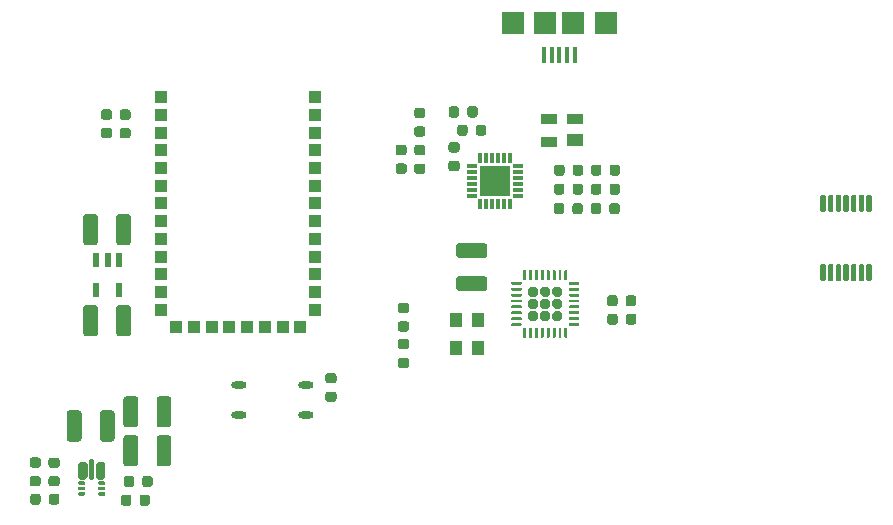
<source format=gbr>
%TF.GenerationSoftware,KiCad,Pcbnew,(5.1.6)-1*%
%TF.CreationDate,2021-08-26T12:07:42+02:00*%
%TF.ProjectId,Car LEDs,43617220-4c45-4447-932e-6b696361645f,rev?*%
%TF.SameCoordinates,Original*%
%TF.FileFunction,Paste,Top*%
%TF.FilePolarity,Positive*%
%FSLAX46Y46*%
G04 Gerber Fmt 4.6, Leading zero omitted, Abs format (unit mm)*
G04 Created by KiCad (PCBNEW (5.1.6)-1) date 2021-08-26 12:07:42*
%MOMM*%
%LPD*%
G01*
G04 APERTURE LIST*
%ADD10R,1.100000X1.300000*%
%ADD11O,1.300000X0.600000*%
%ADD12R,1.900000X1.900000*%
%ADD13R,0.400000X1.350000*%
%ADD14R,0.600000X1.150000*%
%ADD15R,1.000000X1.000000*%
%ADD16R,2.550000X2.550000*%
%ADD17R,0.850000X0.300000*%
%ADD18R,0.300000X0.850000*%
%ADD19R,1.400000X0.900000*%
%ADD20R,1.400000X1.100000*%
G04 APERTURE END LIST*
%TO.C,IC4*%
G36*
G01*
X100830000Y-83145000D02*
X100830000Y-81615000D01*
G75*
G02*
X100930000Y-81515000I100000J0D01*
G01*
X101130000Y-81515000D01*
G75*
G02*
X101230000Y-81615000I0J-100000D01*
G01*
X101230000Y-83145000D01*
G75*
G02*
X101130000Y-83245000I-100000J0D01*
G01*
X100930000Y-83245000D01*
G75*
G02*
X100830000Y-83145000I0J100000D01*
G01*
G37*
G36*
G01*
X101380000Y-83045000D02*
X101380000Y-81945000D01*
G75*
G02*
X101580000Y-81745000I200000J0D01*
G01*
X101980000Y-81745000D01*
G75*
G02*
X102180000Y-81945000I0J-200000D01*
G01*
X102180000Y-83045000D01*
G75*
G02*
X101980000Y-83245000I-200000J0D01*
G01*
X101580000Y-83245000D01*
G75*
G02*
X101380000Y-83045000I0J200000D01*
G01*
G37*
G36*
G01*
X102105000Y-83695000D02*
X101655000Y-83695000D01*
G75*
G02*
X101580000Y-83620000I0J75000D01*
G01*
X101580000Y-83470000D01*
G75*
G02*
X101655000Y-83395000I75000J0D01*
G01*
X102105000Y-83395000D01*
G75*
G02*
X102180000Y-83470000I0J-75000D01*
G01*
X102180000Y-83620000D01*
G75*
G02*
X102105000Y-83695000I-75000J0D01*
G01*
G37*
G36*
G01*
X102105000Y-84145000D02*
X101655000Y-84145000D01*
G75*
G02*
X101580000Y-84070000I0J75000D01*
G01*
X101580000Y-83920000D01*
G75*
G02*
X101655000Y-83845000I75000J0D01*
G01*
X102105000Y-83845000D01*
G75*
G02*
X102180000Y-83920000I0J-75000D01*
G01*
X102180000Y-84070000D01*
G75*
G02*
X102105000Y-84145000I-75000J0D01*
G01*
G37*
G36*
G01*
X102105000Y-84595000D02*
X101655000Y-84595000D01*
G75*
G02*
X101580000Y-84520000I0J75000D01*
G01*
X101580000Y-84370000D01*
G75*
G02*
X101655000Y-84295000I75000J0D01*
G01*
X102105000Y-84295000D01*
G75*
G02*
X102180000Y-84370000I0J-75000D01*
G01*
X102180000Y-84520000D01*
G75*
G02*
X102105000Y-84595000I-75000J0D01*
G01*
G37*
G36*
G01*
X100405000Y-84595000D02*
X99955000Y-84595000D01*
G75*
G02*
X99880000Y-84520000I0J75000D01*
G01*
X99880000Y-84370000D01*
G75*
G02*
X99955000Y-84295000I75000J0D01*
G01*
X100405000Y-84295000D01*
G75*
G02*
X100480000Y-84370000I0J-75000D01*
G01*
X100480000Y-84520000D01*
G75*
G02*
X100405000Y-84595000I-75000J0D01*
G01*
G37*
G36*
G01*
X100405000Y-84145000D02*
X99955000Y-84145000D01*
G75*
G02*
X99880000Y-84070000I0J75000D01*
G01*
X99880000Y-83920000D01*
G75*
G02*
X99955000Y-83845000I75000J0D01*
G01*
X100405000Y-83845000D01*
G75*
G02*
X100480000Y-83920000I0J-75000D01*
G01*
X100480000Y-84070000D01*
G75*
G02*
X100405000Y-84145000I-75000J0D01*
G01*
G37*
G36*
G01*
X100405000Y-83695000D02*
X99955000Y-83695000D01*
G75*
G02*
X99880000Y-83620000I0J75000D01*
G01*
X99880000Y-83470000D01*
G75*
G02*
X99955000Y-83395000I75000J0D01*
G01*
X100405000Y-83395000D01*
G75*
G02*
X100480000Y-83470000I0J-75000D01*
G01*
X100480000Y-83620000D01*
G75*
G02*
X100405000Y-83695000I-75000J0D01*
G01*
G37*
G36*
G01*
X99880000Y-83045000D02*
X99880000Y-81945000D01*
G75*
G02*
X100080000Y-81745000I200000J0D01*
G01*
X100480000Y-81745000D01*
G75*
G02*
X100680000Y-81945000I0J-200000D01*
G01*
X100680000Y-83045000D01*
G75*
G02*
X100480000Y-83245000I-200000J0D01*
G01*
X100080000Y-83245000D01*
G75*
G02*
X99880000Y-83045000I0J200000D01*
G01*
G37*
%TD*%
%TO.C,U1*%
G36*
G01*
X140042220Y-69605980D02*
X140042220Y-69190980D01*
G75*
G02*
X140249720Y-68983480I207500J0D01*
G01*
X140664720Y-68983480D01*
G75*
G02*
X140872220Y-69190980I0J-207500D01*
G01*
X140872220Y-69605980D01*
G75*
G02*
X140664720Y-69813480I-207500J0D01*
G01*
X140249720Y-69813480D01*
G75*
G02*
X140042220Y-69605980I0J207500D01*
G01*
G37*
G36*
G01*
X140042220Y-68575980D02*
X140042220Y-68160980D01*
G75*
G02*
X140249720Y-67953480I207500J0D01*
G01*
X140664720Y-67953480D01*
G75*
G02*
X140872220Y-68160980I0J-207500D01*
G01*
X140872220Y-68575980D01*
G75*
G02*
X140664720Y-68783480I-207500J0D01*
G01*
X140249720Y-68783480D01*
G75*
G02*
X140042220Y-68575980I0J207500D01*
G01*
G37*
G36*
G01*
X140042220Y-67545980D02*
X140042220Y-67130980D01*
G75*
G02*
X140249720Y-66923480I207500J0D01*
G01*
X140664720Y-66923480D01*
G75*
G02*
X140872220Y-67130980I0J-207500D01*
G01*
X140872220Y-67545980D01*
G75*
G02*
X140664720Y-67753480I-207500J0D01*
G01*
X140249720Y-67753480D01*
G75*
G02*
X140042220Y-67545980I0J207500D01*
G01*
G37*
G36*
G01*
X139012220Y-69605980D02*
X139012220Y-69190980D01*
G75*
G02*
X139219720Y-68983480I207500J0D01*
G01*
X139634720Y-68983480D01*
G75*
G02*
X139842220Y-69190980I0J-207500D01*
G01*
X139842220Y-69605980D01*
G75*
G02*
X139634720Y-69813480I-207500J0D01*
G01*
X139219720Y-69813480D01*
G75*
G02*
X139012220Y-69605980I0J207500D01*
G01*
G37*
G36*
G01*
X139012220Y-68575980D02*
X139012220Y-68160980D01*
G75*
G02*
X139219720Y-67953480I207500J0D01*
G01*
X139634720Y-67953480D01*
G75*
G02*
X139842220Y-68160980I0J-207500D01*
G01*
X139842220Y-68575980D01*
G75*
G02*
X139634720Y-68783480I-207500J0D01*
G01*
X139219720Y-68783480D01*
G75*
G02*
X139012220Y-68575980I0J207500D01*
G01*
G37*
G36*
G01*
X139012220Y-67545980D02*
X139012220Y-67130980D01*
G75*
G02*
X139219720Y-66923480I207500J0D01*
G01*
X139634720Y-66923480D01*
G75*
G02*
X139842220Y-67130980I0J-207500D01*
G01*
X139842220Y-67545980D01*
G75*
G02*
X139634720Y-67753480I-207500J0D01*
G01*
X139219720Y-67753480D01*
G75*
G02*
X139012220Y-67545980I0J207500D01*
G01*
G37*
G36*
G01*
X137982220Y-69605980D02*
X137982220Y-69190980D01*
G75*
G02*
X138189720Y-68983480I207500J0D01*
G01*
X138604720Y-68983480D01*
G75*
G02*
X138812220Y-69190980I0J-207500D01*
G01*
X138812220Y-69605980D01*
G75*
G02*
X138604720Y-69813480I-207500J0D01*
G01*
X138189720Y-69813480D01*
G75*
G02*
X137982220Y-69605980I0J207500D01*
G01*
G37*
G36*
G01*
X137982220Y-68575980D02*
X137982220Y-68160980D01*
G75*
G02*
X138189720Y-67953480I207500J0D01*
G01*
X138604720Y-67953480D01*
G75*
G02*
X138812220Y-68160980I0J-207500D01*
G01*
X138812220Y-68575980D01*
G75*
G02*
X138604720Y-68783480I-207500J0D01*
G01*
X138189720Y-68783480D01*
G75*
G02*
X137982220Y-68575980I0J207500D01*
G01*
G37*
G36*
G01*
X137982220Y-67545980D02*
X137982220Y-67130980D01*
G75*
G02*
X138189720Y-66923480I207500J0D01*
G01*
X138604720Y-66923480D01*
G75*
G02*
X138812220Y-67130980I0J-207500D01*
G01*
X138812220Y-67545980D01*
G75*
G02*
X138604720Y-67753480I-207500J0D01*
G01*
X138189720Y-67753480D01*
G75*
G02*
X137982220Y-67545980I0J207500D01*
G01*
G37*
G36*
G01*
X137552220Y-66305980D02*
X137552220Y-65555980D01*
G75*
G02*
X137614720Y-65493480I62500J0D01*
G01*
X137739720Y-65493480D01*
G75*
G02*
X137802220Y-65555980I0J-62500D01*
G01*
X137802220Y-66305980D01*
G75*
G02*
X137739720Y-66368480I-62500J0D01*
G01*
X137614720Y-66368480D01*
G75*
G02*
X137552220Y-66305980I0J62500D01*
G01*
G37*
G36*
G01*
X138052220Y-66305980D02*
X138052220Y-65555980D01*
G75*
G02*
X138114720Y-65493480I62500J0D01*
G01*
X138239720Y-65493480D01*
G75*
G02*
X138302220Y-65555980I0J-62500D01*
G01*
X138302220Y-66305980D01*
G75*
G02*
X138239720Y-66368480I-62500J0D01*
G01*
X138114720Y-66368480D01*
G75*
G02*
X138052220Y-66305980I0J62500D01*
G01*
G37*
G36*
G01*
X138552220Y-66305980D02*
X138552220Y-65555980D01*
G75*
G02*
X138614720Y-65493480I62500J0D01*
G01*
X138739720Y-65493480D01*
G75*
G02*
X138802220Y-65555980I0J-62500D01*
G01*
X138802220Y-66305980D01*
G75*
G02*
X138739720Y-66368480I-62500J0D01*
G01*
X138614720Y-66368480D01*
G75*
G02*
X138552220Y-66305980I0J62500D01*
G01*
G37*
G36*
G01*
X139052220Y-66305980D02*
X139052220Y-65555980D01*
G75*
G02*
X139114720Y-65493480I62500J0D01*
G01*
X139239720Y-65493480D01*
G75*
G02*
X139302220Y-65555980I0J-62500D01*
G01*
X139302220Y-66305980D01*
G75*
G02*
X139239720Y-66368480I-62500J0D01*
G01*
X139114720Y-66368480D01*
G75*
G02*
X139052220Y-66305980I0J62500D01*
G01*
G37*
G36*
G01*
X139552220Y-66305980D02*
X139552220Y-65555980D01*
G75*
G02*
X139614720Y-65493480I62500J0D01*
G01*
X139739720Y-65493480D01*
G75*
G02*
X139802220Y-65555980I0J-62500D01*
G01*
X139802220Y-66305980D01*
G75*
G02*
X139739720Y-66368480I-62500J0D01*
G01*
X139614720Y-66368480D01*
G75*
G02*
X139552220Y-66305980I0J62500D01*
G01*
G37*
G36*
G01*
X140052220Y-66305980D02*
X140052220Y-65555980D01*
G75*
G02*
X140114720Y-65493480I62500J0D01*
G01*
X140239720Y-65493480D01*
G75*
G02*
X140302220Y-65555980I0J-62500D01*
G01*
X140302220Y-66305980D01*
G75*
G02*
X140239720Y-66368480I-62500J0D01*
G01*
X140114720Y-66368480D01*
G75*
G02*
X140052220Y-66305980I0J62500D01*
G01*
G37*
G36*
G01*
X140552220Y-66305980D02*
X140552220Y-65555980D01*
G75*
G02*
X140614720Y-65493480I62500J0D01*
G01*
X140739720Y-65493480D01*
G75*
G02*
X140802220Y-65555980I0J-62500D01*
G01*
X140802220Y-66305980D01*
G75*
G02*
X140739720Y-66368480I-62500J0D01*
G01*
X140614720Y-66368480D01*
G75*
G02*
X140552220Y-66305980I0J62500D01*
G01*
G37*
G36*
G01*
X141052220Y-66305980D02*
X141052220Y-65555980D01*
G75*
G02*
X141114720Y-65493480I62500J0D01*
G01*
X141239720Y-65493480D01*
G75*
G02*
X141302220Y-65555980I0J-62500D01*
G01*
X141302220Y-66305980D01*
G75*
G02*
X141239720Y-66368480I-62500J0D01*
G01*
X141114720Y-66368480D01*
G75*
G02*
X141052220Y-66305980I0J62500D01*
G01*
G37*
G36*
G01*
X141427220Y-66680980D02*
X141427220Y-66555980D01*
G75*
G02*
X141489720Y-66493480I62500J0D01*
G01*
X142239720Y-66493480D01*
G75*
G02*
X142302220Y-66555980I0J-62500D01*
G01*
X142302220Y-66680980D01*
G75*
G02*
X142239720Y-66743480I-62500J0D01*
G01*
X141489720Y-66743480D01*
G75*
G02*
X141427220Y-66680980I0J62500D01*
G01*
G37*
G36*
G01*
X141427220Y-67180980D02*
X141427220Y-67055980D01*
G75*
G02*
X141489720Y-66993480I62500J0D01*
G01*
X142239720Y-66993480D01*
G75*
G02*
X142302220Y-67055980I0J-62500D01*
G01*
X142302220Y-67180980D01*
G75*
G02*
X142239720Y-67243480I-62500J0D01*
G01*
X141489720Y-67243480D01*
G75*
G02*
X141427220Y-67180980I0J62500D01*
G01*
G37*
G36*
G01*
X141427220Y-67680980D02*
X141427220Y-67555980D01*
G75*
G02*
X141489720Y-67493480I62500J0D01*
G01*
X142239720Y-67493480D01*
G75*
G02*
X142302220Y-67555980I0J-62500D01*
G01*
X142302220Y-67680980D01*
G75*
G02*
X142239720Y-67743480I-62500J0D01*
G01*
X141489720Y-67743480D01*
G75*
G02*
X141427220Y-67680980I0J62500D01*
G01*
G37*
G36*
G01*
X141427220Y-68180980D02*
X141427220Y-68055980D01*
G75*
G02*
X141489720Y-67993480I62500J0D01*
G01*
X142239720Y-67993480D01*
G75*
G02*
X142302220Y-68055980I0J-62500D01*
G01*
X142302220Y-68180980D01*
G75*
G02*
X142239720Y-68243480I-62500J0D01*
G01*
X141489720Y-68243480D01*
G75*
G02*
X141427220Y-68180980I0J62500D01*
G01*
G37*
G36*
G01*
X141427220Y-68680980D02*
X141427220Y-68555980D01*
G75*
G02*
X141489720Y-68493480I62500J0D01*
G01*
X142239720Y-68493480D01*
G75*
G02*
X142302220Y-68555980I0J-62500D01*
G01*
X142302220Y-68680980D01*
G75*
G02*
X142239720Y-68743480I-62500J0D01*
G01*
X141489720Y-68743480D01*
G75*
G02*
X141427220Y-68680980I0J62500D01*
G01*
G37*
G36*
G01*
X141427220Y-69180980D02*
X141427220Y-69055980D01*
G75*
G02*
X141489720Y-68993480I62500J0D01*
G01*
X142239720Y-68993480D01*
G75*
G02*
X142302220Y-69055980I0J-62500D01*
G01*
X142302220Y-69180980D01*
G75*
G02*
X142239720Y-69243480I-62500J0D01*
G01*
X141489720Y-69243480D01*
G75*
G02*
X141427220Y-69180980I0J62500D01*
G01*
G37*
G36*
G01*
X141427220Y-69680980D02*
X141427220Y-69555980D01*
G75*
G02*
X141489720Y-69493480I62500J0D01*
G01*
X142239720Y-69493480D01*
G75*
G02*
X142302220Y-69555980I0J-62500D01*
G01*
X142302220Y-69680980D01*
G75*
G02*
X142239720Y-69743480I-62500J0D01*
G01*
X141489720Y-69743480D01*
G75*
G02*
X141427220Y-69680980I0J62500D01*
G01*
G37*
G36*
G01*
X141427220Y-70180980D02*
X141427220Y-70055980D01*
G75*
G02*
X141489720Y-69993480I62500J0D01*
G01*
X142239720Y-69993480D01*
G75*
G02*
X142302220Y-70055980I0J-62500D01*
G01*
X142302220Y-70180980D01*
G75*
G02*
X142239720Y-70243480I-62500J0D01*
G01*
X141489720Y-70243480D01*
G75*
G02*
X141427220Y-70180980I0J62500D01*
G01*
G37*
G36*
G01*
X141052220Y-71180980D02*
X141052220Y-70430980D01*
G75*
G02*
X141114720Y-70368480I62500J0D01*
G01*
X141239720Y-70368480D01*
G75*
G02*
X141302220Y-70430980I0J-62500D01*
G01*
X141302220Y-71180980D01*
G75*
G02*
X141239720Y-71243480I-62500J0D01*
G01*
X141114720Y-71243480D01*
G75*
G02*
X141052220Y-71180980I0J62500D01*
G01*
G37*
G36*
G01*
X140552220Y-71180980D02*
X140552220Y-70430980D01*
G75*
G02*
X140614720Y-70368480I62500J0D01*
G01*
X140739720Y-70368480D01*
G75*
G02*
X140802220Y-70430980I0J-62500D01*
G01*
X140802220Y-71180980D01*
G75*
G02*
X140739720Y-71243480I-62500J0D01*
G01*
X140614720Y-71243480D01*
G75*
G02*
X140552220Y-71180980I0J62500D01*
G01*
G37*
G36*
G01*
X140052220Y-71180980D02*
X140052220Y-70430980D01*
G75*
G02*
X140114720Y-70368480I62500J0D01*
G01*
X140239720Y-70368480D01*
G75*
G02*
X140302220Y-70430980I0J-62500D01*
G01*
X140302220Y-71180980D01*
G75*
G02*
X140239720Y-71243480I-62500J0D01*
G01*
X140114720Y-71243480D01*
G75*
G02*
X140052220Y-71180980I0J62500D01*
G01*
G37*
G36*
G01*
X139552220Y-71180980D02*
X139552220Y-70430980D01*
G75*
G02*
X139614720Y-70368480I62500J0D01*
G01*
X139739720Y-70368480D01*
G75*
G02*
X139802220Y-70430980I0J-62500D01*
G01*
X139802220Y-71180980D01*
G75*
G02*
X139739720Y-71243480I-62500J0D01*
G01*
X139614720Y-71243480D01*
G75*
G02*
X139552220Y-71180980I0J62500D01*
G01*
G37*
G36*
G01*
X139052220Y-71180980D02*
X139052220Y-70430980D01*
G75*
G02*
X139114720Y-70368480I62500J0D01*
G01*
X139239720Y-70368480D01*
G75*
G02*
X139302220Y-70430980I0J-62500D01*
G01*
X139302220Y-71180980D01*
G75*
G02*
X139239720Y-71243480I-62500J0D01*
G01*
X139114720Y-71243480D01*
G75*
G02*
X139052220Y-71180980I0J62500D01*
G01*
G37*
G36*
G01*
X138552220Y-71180980D02*
X138552220Y-70430980D01*
G75*
G02*
X138614720Y-70368480I62500J0D01*
G01*
X138739720Y-70368480D01*
G75*
G02*
X138802220Y-70430980I0J-62500D01*
G01*
X138802220Y-71180980D01*
G75*
G02*
X138739720Y-71243480I-62500J0D01*
G01*
X138614720Y-71243480D01*
G75*
G02*
X138552220Y-71180980I0J62500D01*
G01*
G37*
G36*
G01*
X138052220Y-71180980D02*
X138052220Y-70430980D01*
G75*
G02*
X138114720Y-70368480I62500J0D01*
G01*
X138239720Y-70368480D01*
G75*
G02*
X138302220Y-70430980I0J-62500D01*
G01*
X138302220Y-71180980D01*
G75*
G02*
X138239720Y-71243480I-62500J0D01*
G01*
X138114720Y-71243480D01*
G75*
G02*
X138052220Y-71180980I0J62500D01*
G01*
G37*
G36*
G01*
X137552220Y-71180980D02*
X137552220Y-70430980D01*
G75*
G02*
X137614720Y-70368480I62500J0D01*
G01*
X137739720Y-70368480D01*
G75*
G02*
X137802220Y-70430980I0J-62500D01*
G01*
X137802220Y-71180980D01*
G75*
G02*
X137739720Y-71243480I-62500J0D01*
G01*
X137614720Y-71243480D01*
G75*
G02*
X137552220Y-71180980I0J62500D01*
G01*
G37*
G36*
G01*
X136552220Y-70180980D02*
X136552220Y-70055980D01*
G75*
G02*
X136614720Y-69993480I62500J0D01*
G01*
X137364720Y-69993480D01*
G75*
G02*
X137427220Y-70055980I0J-62500D01*
G01*
X137427220Y-70180980D01*
G75*
G02*
X137364720Y-70243480I-62500J0D01*
G01*
X136614720Y-70243480D01*
G75*
G02*
X136552220Y-70180980I0J62500D01*
G01*
G37*
G36*
G01*
X136552220Y-69680980D02*
X136552220Y-69555980D01*
G75*
G02*
X136614720Y-69493480I62500J0D01*
G01*
X137364720Y-69493480D01*
G75*
G02*
X137427220Y-69555980I0J-62500D01*
G01*
X137427220Y-69680980D01*
G75*
G02*
X137364720Y-69743480I-62500J0D01*
G01*
X136614720Y-69743480D01*
G75*
G02*
X136552220Y-69680980I0J62500D01*
G01*
G37*
G36*
G01*
X136552220Y-69180980D02*
X136552220Y-69055980D01*
G75*
G02*
X136614720Y-68993480I62500J0D01*
G01*
X137364720Y-68993480D01*
G75*
G02*
X137427220Y-69055980I0J-62500D01*
G01*
X137427220Y-69180980D01*
G75*
G02*
X137364720Y-69243480I-62500J0D01*
G01*
X136614720Y-69243480D01*
G75*
G02*
X136552220Y-69180980I0J62500D01*
G01*
G37*
G36*
G01*
X136552220Y-68680980D02*
X136552220Y-68555980D01*
G75*
G02*
X136614720Y-68493480I62500J0D01*
G01*
X137364720Y-68493480D01*
G75*
G02*
X137427220Y-68555980I0J-62500D01*
G01*
X137427220Y-68680980D01*
G75*
G02*
X137364720Y-68743480I-62500J0D01*
G01*
X136614720Y-68743480D01*
G75*
G02*
X136552220Y-68680980I0J62500D01*
G01*
G37*
G36*
G01*
X136552220Y-68180980D02*
X136552220Y-68055980D01*
G75*
G02*
X136614720Y-67993480I62500J0D01*
G01*
X137364720Y-67993480D01*
G75*
G02*
X137427220Y-68055980I0J-62500D01*
G01*
X137427220Y-68180980D01*
G75*
G02*
X137364720Y-68243480I-62500J0D01*
G01*
X136614720Y-68243480D01*
G75*
G02*
X136552220Y-68180980I0J62500D01*
G01*
G37*
G36*
G01*
X136552220Y-67680980D02*
X136552220Y-67555980D01*
G75*
G02*
X136614720Y-67493480I62500J0D01*
G01*
X137364720Y-67493480D01*
G75*
G02*
X137427220Y-67555980I0J-62500D01*
G01*
X137427220Y-67680980D01*
G75*
G02*
X137364720Y-67743480I-62500J0D01*
G01*
X136614720Y-67743480D01*
G75*
G02*
X136552220Y-67680980I0J62500D01*
G01*
G37*
G36*
G01*
X136552220Y-67180980D02*
X136552220Y-67055980D01*
G75*
G02*
X136614720Y-66993480I62500J0D01*
G01*
X137364720Y-66993480D01*
G75*
G02*
X137427220Y-67055980I0J-62500D01*
G01*
X137427220Y-67180980D01*
G75*
G02*
X137364720Y-67243480I-62500J0D01*
G01*
X136614720Y-67243480D01*
G75*
G02*
X136552220Y-67180980I0J62500D01*
G01*
G37*
G36*
G01*
X136552220Y-66680980D02*
X136552220Y-66555980D01*
G75*
G02*
X136614720Y-66493480I62500J0D01*
G01*
X137364720Y-66493480D01*
G75*
G02*
X137427220Y-66555980I0J-62500D01*
G01*
X137427220Y-66680980D01*
G75*
G02*
X137364720Y-66743480I-62500J0D01*
G01*
X136614720Y-66743480D01*
G75*
G02*
X136552220Y-66680980I0J62500D01*
G01*
G37*
%TD*%
%TO.C,IC2*%
G36*
G01*
X163175000Y-59227000D02*
X163175000Y-60477000D01*
G75*
G02*
X163062500Y-60589500I-112500J0D01*
G01*
X162837500Y-60589500D01*
G75*
G02*
X162725000Y-60477000I0J112500D01*
G01*
X162725000Y-59227000D01*
G75*
G02*
X162837500Y-59114500I112500J0D01*
G01*
X163062500Y-59114500D01*
G75*
G02*
X163175000Y-59227000I0J-112500D01*
G01*
G37*
G36*
G01*
X163825000Y-59227000D02*
X163825000Y-60477000D01*
G75*
G02*
X163712500Y-60589500I-112500J0D01*
G01*
X163487500Y-60589500D01*
G75*
G02*
X163375000Y-60477000I0J112500D01*
G01*
X163375000Y-59227000D01*
G75*
G02*
X163487500Y-59114500I112500J0D01*
G01*
X163712500Y-59114500D01*
G75*
G02*
X163825000Y-59227000I0J-112500D01*
G01*
G37*
G36*
G01*
X164475000Y-59227000D02*
X164475000Y-60477000D01*
G75*
G02*
X164362500Y-60589500I-112500J0D01*
G01*
X164137500Y-60589500D01*
G75*
G02*
X164025000Y-60477000I0J112500D01*
G01*
X164025000Y-59227000D01*
G75*
G02*
X164137500Y-59114500I112500J0D01*
G01*
X164362500Y-59114500D01*
G75*
G02*
X164475000Y-59227000I0J-112500D01*
G01*
G37*
G36*
G01*
X165125000Y-59227000D02*
X165125000Y-60477000D01*
G75*
G02*
X165012500Y-60589500I-112500J0D01*
G01*
X164787500Y-60589500D01*
G75*
G02*
X164675000Y-60477000I0J112500D01*
G01*
X164675000Y-59227000D01*
G75*
G02*
X164787500Y-59114500I112500J0D01*
G01*
X165012500Y-59114500D01*
G75*
G02*
X165125000Y-59227000I0J-112500D01*
G01*
G37*
G36*
G01*
X165775000Y-59227000D02*
X165775000Y-60477000D01*
G75*
G02*
X165662500Y-60589500I-112500J0D01*
G01*
X165437500Y-60589500D01*
G75*
G02*
X165325000Y-60477000I0J112500D01*
G01*
X165325000Y-59227000D01*
G75*
G02*
X165437500Y-59114500I112500J0D01*
G01*
X165662500Y-59114500D01*
G75*
G02*
X165775000Y-59227000I0J-112500D01*
G01*
G37*
G36*
G01*
X166425000Y-59227000D02*
X166425000Y-60477000D01*
G75*
G02*
X166312500Y-60589500I-112500J0D01*
G01*
X166087500Y-60589500D01*
G75*
G02*
X165975000Y-60477000I0J112500D01*
G01*
X165975000Y-59227000D01*
G75*
G02*
X166087500Y-59114500I112500J0D01*
G01*
X166312500Y-59114500D01*
G75*
G02*
X166425000Y-59227000I0J-112500D01*
G01*
G37*
G36*
G01*
X167075000Y-59227000D02*
X167075000Y-60477000D01*
G75*
G02*
X166962500Y-60589500I-112500J0D01*
G01*
X166737500Y-60589500D01*
G75*
G02*
X166625000Y-60477000I0J112500D01*
G01*
X166625000Y-59227000D01*
G75*
G02*
X166737500Y-59114500I112500J0D01*
G01*
X166962500Y-59114500D01*
G75*
G02*
X167075000Y-59227000I0J-112500D01*
G01*
G37*
G36*
G01*
X167075000Y-65103000D02*
X167075000Y-66353000D01*
G75*
G02*
X166962500Y-66465500I-112500J0D01*
G01*
X166737500Y-66465500D01*
G75*
G02*
X166625000Y-66353000I0J112500D01*
G01*
X166625000Y-65103000D01*
G75*
G02*
X166737500Y-64990500I112500J0D01*
G01*
X166962500Y-64990500D01*
G75*
G02*
X167075000Y-65103000I0J-112500D01*
G01*
G37*
G36*
G01*
X166425000Y-65103000D02*
X166425000Y-66353000D01*
G75*
G02*
X166312500Y-66465500I-112500J0D01*
G01*
X166087500Y-66465500D01*
G75*
G02*
X165975000Y-66353000I0J112500D01*
G01*
X165975000Y-65103000D01*
G75*
G02*
X166087500Y-64990500I112500J0D01*
G01*
X166312500Y-64990500D01*
G75*
G02*
X166425000Y-65103000I0J-112500D01*
G01*
G37*
G36*
G01*
X165775000Y-65103000D02*
X165775000Y-66353000D01*
G75*
G02*
X165662500Y-66465500I-112500J0D01*
G01*
X165437500Y-66465500D01*
G75*
G02*
X165325000Y-66353000I0J112500D01*
G01*
X165325000Y-65103000D01*
G75*
G02*
X165437500Y-64990500I112500J0D01*
G01*
X165662500Y-64990500D01*
G75*
G02*
X165775000Y-65103000I0J-112500D01*
G01*
G37*
G36*
G01*
X165125000Y-65103000D02*
X165125000Y-66353000D01*
G75*
G02*
X165012500Y-66465500I-112500J0D01*
G01*
X164787500Y-66465500D01*
G75*
G02*
X164675000Y-66353000I0J112500D01*
G01*
X164675000Y-65103000D01*
G75*
G02*
X164787500Y-64990500I112500J0D01*
G01*
X165012500Y-64990500D01*
G75*
G02*
X165125000Y-65103000I0J-112500D01*
G01*
G37*
G36*
G01*
X164475000Y-65103000D02*
X164475000Y-66353000D01*
G75*
G02*
X164362500Y-66465500I-112500J0D01*
G01*
X164137500Y-66465500D01*
G75*
G02*
X164025000Y-66353000I0J112500D01*
G01*
X164025000Y-65103000D01*
G75*
G02*
X164137500Y-64990500I112500J0D01*
G01*
X164362500Y-64990500D01*
G75*
G02*
X164475000Y-65103000I0J-112500D01*
G01*
G37*
G36*
G01*
X163825000Y-65103000D02*
X163825000Y-66353000D01*
G75*
G02*
X163712500Y-66465500I-112500J0D01*
G01*
X163487500Y-66465500D01*
G75*
G02*
X163375000Y-66353000I0J112500D01*
G01*
X163375000Y-65103000D01*
G75*
G02*
X163487500Y-64990500I112500J0D01*
G01*
X163712500Y-64990500D01*
G75*
G02*
X163825000Y-65103000I0J-112500D01*
G01*
G37*
G36*
G01*
X163175000Y-65103000D02*
X163175000Y-66353000D01*
G75*
G02*
X163062500Y-66465500I-112500J0D01*
G01*
X162837500Y-66465500D01*
G75*
G02*
X162725000Y-66353000I0J112500D01*
G01*
X162725000Y-65103000D01*
G75*
G02*
X162837500Y-64990500I112500J0D01*
G01*
X163062500Y-64990500D01*
G75*
G02*
X163175000Y-65103000I0J-112500D01*
G01*
G37*
%TD*%
D10*
%TO.C,Y1*%
X133755000Y-69770000D03*
X133755000Y-72070000D03*
X131855000Y-72070000D03*
X131855000Y-69770000D03*
%TD*%
%TO.C,R12*%
G36*
G01*
X97402500Y-85156250D02*
X97402500Y-84643750D01*
G75*
G02*
X97621250Y-84425000I218750J0D01*
G01*
X98058750Y-84425000D01*
G75*
G02*
X98277500Y-84643750I0J-218750D01*
G01*
X98277500Y-85156250D01*
G75*
G02*
X98058750Y-85375000I-218750J0D01*
G01*
X97621250Y-85375000D01*
G75*
G02*
X97402500Y-85156250I0J218750D01*
G01*
G37*
G36*
G01*
X95827500Y-85156250D02*
X95827500Y-84643750D01*
G75*
G02*
X96046250Y-84425000I218750J0D01*
G01*
X96483750Y-84425000D01*
G75*
G02*
X96702500Y-84643750I0J-218750D01*
G01*
X96702500Y-85156250D01*
G75*
G02*
X96483750Y-85375000I-218750J0D01*
G01*
X96046250Y-85375000D01*
G75*
G02*
X95827500Y-85156250I0J218750D01*
G01*
G37*
%TD*%
%TO.C,R11*%
G36*
G01*
X97583750Y-82950000D02*
X98096250Y-82950000D01*
G75*
G02*
X98315000Y-83168750I0J-218750D01*
G01*
X98315000Y-83606250D01*
G75*
G02*
X98096250Y-83825000I-218750J0D01*
G01*
X97583750Y-83825000D01*
G75*
G02*
X97365000Y-83606250I0J218750D01*
G01*
X97365000Y-83168750D01*
G75*
G02*
X97583750Y-82950000I218750J0D01*
G01*
G37*
G36*
G01*
X97583750Y-81375000D02*
X98096250Y-81375000D01*
G75*
G02*
X98315000Y-81593750I0J-218750D01*
G01*
X98315000Y-82031250D01*
G75*
G02*
X98096250Y-82250000I-218750J0D01*
G01*
X97583750Y-82250000D01*
G75*
G02*
X97365000Y-82031250I0J218750D01*
G01*
X97365000Y-81593750D01*
G75*
G02*
X97583750Y-81375000I218750J0D01*
G01*
G37*
%TD*%
%TO.C,R10*%
G36*
G01*
X128549750Y-53339500D02*
X129062250Y-53339500D01*
G75*
G02*
X129281000Y-53558250I0J-218750D01*
G01*
X129281000Y-53995750D01*
G75*
G02*
X129062250Y-54214500I-218750J0D01*
G01*
X128549750Y-54214500D01*
G75*
G02*
X128331000Y-53995750I0J218750D01*
G01*
X128331000Y-53558250D01*
G75*
G02*
X128549750Y-53339500I218750J0D01*
G01*
G37*
G36*
G01*
X128549750Y-51764500D02*
X129062250Y-51764500D01*
G75*
G02*
X129281000Y-51983250I0J-218750D01*
G01*
X129281000Y-52420750D01*
G75*
G02*
X129062250Y-52639500I-218750J0D01*
G01*
X128549750Y-52639500D01*
G75*
G02*
X128331000Y-52420750I0J218750D01*
G01*
X128331000Y-51983250D01*
G75*
G02*
X128549750Y-51764500I218750J0D01*
G01*
G37*
%TD*%
%TO.C,R9*%
G36*
G01*
X102025950Y-53477300D02*
X102538450Y-53477300D01*
G75*
G02*
X102757200Y-53696050I0J-218750D01*
G01*
X102757200Y-54133550D01*
G75*
G02*
X102538450Y-54352300I-218750J0D01*
G01*
X102025950Y-54352300D01*
G75*
G02*
X101807200Y-54133550I0J218750D01*
G01*
X101807200Y-53696050D01*
G75*
G02*
X102025950Y-53477300I218750J0D01*
G01*
G37*
G36*
G01*
X102025950Y-51902300D02*
X102538450Y-51902300D01*
G75*
G02*
X102757200Y-52121050I0J-218750D01*
G01*
X102757200Y-52558550D01*
G75*
G02*
X102538450Y-52777300I-218750J0D01*
G01*
X102025950Y-52777300D01*
G75*
G02*
X101807200Y-52558550I0J218750D01*
G01*
X101807200Y-52121050D01*
G75*
G02*
X102025950Y-51902300I218750J0D01*
G01*
G37*
%TD*%
%TO.C,R8*%
G36*
G01*
X104113250Y-52777100D02*
X103600750Y-52777100D01*
G75*
G02*
X103382000Y-52558350I0J218750D01*
G01*
X103382000Y-52120850D01*
G75*
G02*
X103600750Y-51902100I218750J0D01*
G01*
X104113250Y-51902100D01*
G75*
G02*
X104332000Y-52120850I0J-218750D01*
G01*
X104332000Y-52558350D01*
G75*
G02*
X104113250Y-52777100I-218750J0D01*
G01*
G37*
G36*
G01*
X104113250Y-54352100D02*
X103600750Y-54352100D01*
G75*
G02*
X103382000Y-54133350I0J218750D01*
G01*
X103382000Y-53695850D01*
G75*
G02*
X103600750Y-53477100I218750J0D01*
G01*
X104113250Y-53477100D01*
G75*
G02*
X104332000Y-53695850I0J-218750D01*
G01*
X104332000Y-54133350D01*
G75*
G02*
X104113250Y-54352100I-218750J0D01*
G01*
G37*
%TD*%
%TO.C,R7*%
G36*
G01*
X141747500Y-58906250D02*
X141747500Y-58393750D01*
G75*
G02*
X141966250Y-58175000I218750J0D01*
G01*
X142403750Y-58175000D01*
G75*
G02*
X142622500Y-58393750I0J-218750D01*
G01*
X142622500Y-58906250D01*
G75*
G02*
X142403750Y-59125000I-218750J0D01*
G01*
X141966250Y-59125000D01*
G75*
G02*
X141747500Y-58906250I0J218750D01*
G01*
G37*
G36*
G01*
X140172500Y-58906250D02*
X140172500Y-58393750D01*
G75*
G02*
X140391250Y-58175000I218750J0D01*
G01*
X140828750Y-58175000D01*
G75*
G02*
X141047500Y-58393750I0J-218750D01*
G01*
X141047500Y-58906250D01*
G75*
G02*
X140828750Y-59125000I-218750J0D01*
G01*
X140391250Y-59125000D01*
G75*
G02*
X140172500Y-58906250I0J218750D01*
G01*
G37*
%TD*%
%TO.C,R6*%
G36*
G01*
X141732500Y-60556250D02*
X141732500Y-60043750D01*
G75*
G02*
X141951250Y-59825000I218750J0D01*
G01*
X142388750Y-59825000D01*
G75*
G02*
X142607500Y-60043750I0J-218750D01*
G01*
X142607500Y-60556250D01*
G75*
G02*
X142388750Y-60775000I-218750J0D01*
G01*
X141951250Y-60775000D01*
G75*
G02*
X141732500Y-60556250I0J218750D01*
G01*
G37*
G36*
G01*
X140157500Y-60556250D02*
X140157500Y-60043750D01*
G75*
G02*
X140376250Y-59825000I218750J0D01*
G01*
X140813750Y-59825000D01*
G75*
G02*
X141032500Y-60043750I0J-218750D01*
G01*
X141032500Y-60556250D01*
G75*
G02*
X140813750Y-60775000I-218750J0D01*
G01*
X140376250Y-60775000D01*
G75*
G02*
X140157500Y-60556250I0J218750D01*
G01*
G37*
%TD*%
%TO.C,R5*%
G36*
G01*
X132832500Y-52366250D02*
X132832500Y-51853750D01*
G75*
G02*
X133051250Y-51635000I218750J0D01*
G01*
X133488750Y-51635000D01*
G75*
G02*
X133707500Y-51853750I0J-218750D01*
G01*
X133707500Y-52366250D01*
G75*
G02*
X133488750Y-52585000I-218750J0D01*
G01*
X133051250Y-52585000D01*
G75*
G02*
X132832500Y-52366250I0J218750D01*
G01*
G37*
G36*
G01*
X131257500Y-52366250D02*
X131257500Y-51853750D01*
G75*
G02*
X131476250Y-51635000I218750J0D01*
G01*
X131913750Y-51635000D01*
G75*
G02*
X132132500Y-51853750I0J-218750D01*
G01*
X132132500Y-52366250D01*
G75*
G02*
X131913750Y-52585000I-218750J0D01*
G01*
X131476250Y-52585000D01*
G75*
G02*
X131257500Y-52366250I0J218750D01*
G01*
G37*
%TD*%
%TO.C,R4*%
G36*
G01*
X131961250Y-55550000D02*
X131448750Y-55550000D01*
G75*
G02*
X131230000Y-55331250I0J218750D01*
G01*
X131230000Y-54893750D01*
G75*
G02*
X131448750Y-54675000I218750J0D01*
G01*
X131961250Y-54675000D01*
G75*
G02*
X132180000Y-54893750I0J-218750D01*
G01*
X132180000Y-55331250D01*
G75*
G02*
X131961250Y-55550000I-218750J0D01*
G01*
G37*
G36*
G01*
X131961250Y-57125000D02*
X131448750Y-57125000D01*
G75*
G02*
X131230000Y-56906250I0J218750D01*
G01*
X131230000Y-56468750D01*
G75*
G02*
X131448750Y-56250000I218750J0D01*
G01*
X131961250Y-56250000D01*
G75*
G02*
X132180000Y-56468750I0J-218750D01*
G01*
X132180000Y-56906250D01*
G75*
G02*
X131961250Y-57125000I-218750J0D01*
G01*
G37*
%TD*%
%TO.C,R3*%
G36*
G01*
X141060000Y-56783750D02*
X141060000Y-57296250D01*
G75*
G02*
X140841250Y-57515000I-218750J0D01*
G01*
X140403750Y-57515000D01*
G75*
G02*
X140185000Y-57296250I0J218750D01*
G01*
X140185000Y-56783750D01*
G75*
G02*
X140403750Y-56565000I218750J0D01*
G01*
X140841250Y-56565000D01*
G75*
G02*
X141060000Y-56783750I0J-218750D01*
G01*
G37*
G36*
G01*
X142635000Y-56783750D02*
X142635000Y-57296250D01*
G75*
G02*
X142416250Y-57515000I-218750J0D01*
G01*
X141978750Y-57515000D01*
G75*
G02*
X141760000Y-57296250I0J218750D01*
G01*
X141760000Y-56783750D01*
G75*
G02*
X141978750Y-56565000I218750J0D01*
G01*
X142416250Y-56565000D01*
G75*
G02*
X142635000Y-56783750I0J-218750D01*
G01*
G37*
%TD*%
%TO.C,R2*%
G36*
G01*
X132852500Y-53403750D02*
X132852500Y-53916250D01*
G75*
G02*
X132633750Y-54135000I-218750J0D01*
G01*
X132196250Y-54135000D01*
G75*
G02*
X131977500Y-53916250I0J218750D01*
G01*
X131977500Y-53403750D01*
G75*
G02*
X132196250Y-53185000I218750J0D01*
G01*
X132633750Y-53185000D01*
G75*
G02*
X132852500Y-53403750I0J-218750D01*
G01*
G37*
G36*
G01*
X134427500Y-53403750D02*
X134427500Y-53916250D01*
G75*
G02*
X134208750Y-54135000I-218750J0D01*
G01*
X133771250Y-54135000D01*
G75*
G02*
X133552500Y-53916250I0J218750D01*
G01*
X133552500Y-53403750D01*
G75*
G02*
X133771250Y-53185000I218750J0D01*
G01*
X134208750Y-53185000D01*
G75*
G02*
X134427500Y-53403750I0J-218750D01*
G01*
G37*
%TD*%
%TO.C,R1*%
G36*
G01*
X121536250Y-75090000D02*
X121023750Y-75090000D01*
G75*
G02*
X120805000Y-74871250I0J218750D01*
G01*
X120805000Y-74433750D01*
G75*
G02*
X121023750Y-74215000I218750J0D01*
G01*
X121536250Y-74215000D01*
G75*
G02*
X121755000Y-74433750I0J-218750D01*
G01*
X121755000Y-74871250D01*
G75*
G02*
X121536250Y-75090000I-218750J0D01*
G01*
G37*
G36*
G01*
X121536250Y-76665000D02*
X121023750Y-76665000D01*
G75*
G02*
X120805000Y-76446250I0J218750D01*
G01*
X120805000Y-76008750D01*
G75*
G02*
X121023750Y-75790000I218750J0D01*
G01*
X121536250Y-75790000D01*
G75*
G02*
X121755000Y-76008750I0J-218750D01*
G01*
X121755000Y-76446250D01*
G75*
G02*
X121536250Y-76665000I-218750J0D01*
G01*
G37*
%TD*%
%TO.C,L1*%
G36*
G01*
X105302500Y-83656250D02*
X105302500Y-83143750D01*
G75*
G02*
X105521250Y-82925000I218750J0D01*
G01*
X105958750Y-82925000D01*
G75*
G02*
X106177500Y-83143750I0J-218750D01*
G01*
X106177500Y-83656250D01*
G75*
G02*
X105958750Y-83875000I-218750J0D01*
G01*
X105521250Y-83875000D01*
G75*
G02*
X105302500Y-83656250I0J218750D01*
G01*
G37*
G36*
G01*
X103727500Y-83656250D02*
X103727500Y-83143750D01*
G75*
G02*
X103946250Y-82925000I218750J0D01*
G01*
X104383750Y-82925000D01*
G75*
G02*
X104602500Y-83143750I0J-218750D01*
G01*
X104602500Y-83656250D01*
G75*
G02*
X104383750Y-83875000I-218750J0D01*
G01*
X103946250Y-83875000D01*
G75*
G02*
X103727500Y-83656250I0J218750D01*
G01*
G37*
%TD*%
D11*
%TO.C,K1*%
X113540000Y-77770000D03*
X113540000Y-75230000D03*
X119140000Y-75230000D03*
X119140000Y-77770000D03*
%TD*%
D12*
%TO.C,J1*%
X136670000Y-44605000D03*
X139420000Y-44605000D03*
X141820000Y-44605000D03*
X144570000Y-44605000D03*
D13*
X139970000Y-47280000D03*
X140620000Y-47280000D03*
X141270000Y-47280000D03*
X139320000Y-47280000D03*
X141920000Y-47280000D03*
%TD*%
D14*
%TO.C,IC5*%
X103323600Y-67221200D03*
X101423600Y-67221200D03*
X101423600Y-64621200D03*
X102373600Y-64621200D03*
X103323600Y-64621200D03*
%TD*%
D15*
%TO.C,IC3*%
X119935000Y-50855000D03*
X119935000Y-52355000D03*
X119935000Y-53855000D03*
X119935000Y-55355000D03*
X119935000Y-56855000D03*
X119935000Y-58355000D03*
X119935000Y-59855000D03*
X119935000Y-61355000D03*
X119935000Y-62855000D03*
X119935000Y-64355000D03*
X119935000Y-65855000D03*
X119935000Y-67355000D03*
X119935000Y-68855000D03*
X118685000Y-70355000D03*
X117185000Y-70355000D03*
X115685000Y-70355000D03*
X114185000Y-70355000D03*
X112685000Y-70355000D03*
X111185000Y-70355000D03*
X109685000Y-70355000D03*
X108185000Y-70355000D03*
X106935000Y-68855000D03*
X106935000Y-67355000D03*
X106935000Y-65855000D03*
X106935000Y-64355000D03*
X106935000Y-62855000D03*
X106935000Y-61355000D03*
X106935000Y-59855000D03*
X106935000Y-58355000D03*
X106935000Y-56855000D03*
X106935000Y-55355000D03*
X106935000Y-53855000D03*
X106935000Y-52355000D03*
X106935000Y-50855000D03*
%TD*%
D16*
%TO.C,IC1*%
X135180400Y-57942980D03*
D17*
X137130400Y-56692980D03*
X137130400Y-57192980D03*
X137130400Y-57692980D03*
X137130400Y-58192980D03*
X137130400Y-58692980D03*
X137130400Y-59192980D03*
D18*
X136430400Y-59892980D03*
X135930400Y-59892980D03*
X135430400Y-59892980D03*
X134930400Y-59892980D03*
X134430400Y-59892980D03*
X133930400Y-59892980D03*
D17*
X133230400Y-59192980D03*
X133230400Y-58692980D03*
X133230400Y-58192980D03*
X133230400Y-57692980D03*
X133230400Y-57192980D03*
X133230400Y-56692980D03*
D18*
X133930400Y-55992980D03*
X134430400Y-55992980D03*
X134930400Y-55992980D03*
X135430400Y-55992980D03*
X135930400Y-55992980D03*
X136430400Y-55992980D03*
%TD*%
%TO.C,D4*%
G36*
G01*
X144872500Y-58906250D02*
X144872500Y-58393750D01*
G75*
G02*
X145091250Y-58175000I218750J0D01*
G01*
X145528750Y-58175000D01*
G75*
G02*
X145747500Y-58393750I0J-218750D01*
G01*
X145747500Y-58906250D01*
G75*
G02*
X145528750Y-59125000I-218750J0D01*
G01*
X145091250Y-59125000D01*
G75*
G02*
X144872500Y-58906250I0J218750D01*
G01*
G37*
G36*
G01*
X143297500Y-58906250D02*
X143297500Y-58393750D01*
G75*
G02*
X143516250Y-58175000I218750J0D01*
G01*
X143953750Y-58175000D01*
G75*
G02*
X144172500Y-58393750I0J-218750D01*
G01*
X144172500Y-58906250D01*
G75*
G02*
X143953750Y-59125000I-218750J0D01*
G01*
X143516250Y-59125000D01*
G75*
G02*
X143297500Y-58906250I0J218750D01*
G01*
G37*
%TD*%
%TO.C,D3*%
G36*
G01*
X144857500Y-60556250D02*
X144857500Y-60043750D01*
G75*
G02*
X145076250Y-59825000I218750J0D01*
G01*
X145513750Y-59825000D01*
G75*
G02*
X145732500Y-60043750I0J-218750D01*
G01*
X145732500Y-60556250D01*
G75*
G02*
X145513750Y-60775000I-218750J0D01*
G01*
X145076250Y-60775000D01*
G75*
G02*
X144857500Y-60556250I0J218750D01*
G01*
G37*
G36*
G01*
X143282500Y-60556250D02*
X143282500Y-60043750D01*
G75*
G02*
X143501250Y-59825000I218750J0D01*
G01*
X143938750Y-59825000D01*
G75*
G02*
X144157500Y-60043750I0J-218750D01*
G01*
X144157500Y-60556250D01*
G75*
G02*
X143938750Y-60775000I-218750J0D01*
G01*
X143501250Y-60775000D01*
G75*
G02*
X143282500Y-60556250I0J218750D01*
G01*
G37*
%TD*%
%TO.C,D2*%
G36*
G01*
X144877500Y-57296250D02*
X144877500Y-56783750D01*
G75*
G02*
X145096250Y-56565000I218750J0D01*
G01*
X145533750Y-56565000D01*
G75*
G02*
X145752500Y-56783750I0J-218750D01*
G01*
X145752500Y-57296250D01*
G75*
G02*
X145533750Y-57515000I-218750J0D01*
G01*
X145096250Y-57515000D01*
G75*
G02*
X144877500Y-57296250I0J218750D01*
G01*
G37*
G36*
G01*
X143302500Y-57296250D02*
X143302500Y-56783750D01*
G75*
G02*
X143521250Y-56565000I218750J0D01*
G01*
X143958750Y-56565000D01*
G75*
G02*
X144177500Y-56783750I0J-218750D01*
G01*
X144177500Y-57296250D01*
G75*
G02*
X143958750Y-57515000I-218750J0D01*
G01*
X143521250Y-57515000D01*
G75*
G02*
X143302500Y-57296250I0J218750D01*
G01*
G37*
%TD*%
D19*
%TO.C,D1*%
X139735000Y-54630000D03*
X139735000Y-52730000D03*
X141935000Y-52730000D03*
D20*
X141935000Y-54530000D03*
%TD*%
%TO.C,C14*%
G36*
G01*
X101554600Y-68721400D02*
X101554600Y-70871400D01*
G75*
G02*
X101304600Y-71121400I-250000J0D01*
G01*
X100554600Y-71121400D01*
G75*
G02*
X100304600Y-70871400I0J250000D01*
G01*
X100304600Y-68721400D01*
G75*
G02*
X100554600Y-68471400I250000J0D01*
G01*
X101304600Y-68471400D01*
G75*
G02*
X101554600Y-68721400I0J-250000D01*
G01*
G37*
G36*
G01*
X104354600Y-68721400D02*
X104354600Y-70871400D01*
G75*
G02*
X104104600Y-71121400I-250000J0D01*
G01*
X103354600Y-71121400D01*
G75*
G02*
X103104600Y-70871400I0J250000D01*
G01*
X103104600Y-68721400D01*
G75*
G02*
X103354600Y-68471400I250000J0D01*
G01*
X104104600Y-68471400D01*
G75*
G02*
X104354600Y-68721400I0J-250000D01*
G01*
G37*
%TD*%
%TO.C,C13*%
G36*
G01*
X101554600Y-60999800D02*
X101554600Y-63149800D01*
G75*
G02*
X101304600Y-63399800I-250000J0D01*
G01*
X100554600Y-63399800D01*
G75*
G02*
X100304600Y-63149800I0J250000D01*
G01*
X100304600Y-60999800D01*
G75*
G02*
X100554600Y-60749800I250000J0D01*
G01*
X101304600Y-60749800D01*
G75*
G02*
X101554600Y-60999800I0J-250000D01*
G01*
G37*
G36*
G01*
X104354600Y-60999800D02*
X104354600Y-63149800D01*
G75*
G02*
X104104600Y-63399800I-250000J0D01*
G01*
X103354600Y-63399800D01*
G75*
G02*
X103104600Y-63149800I0J250000D01*
G01*
X103104600Y-60999800D01*
G75*
G02*
X103354600Y-60749800I250000J0D01*
G01*
X104104600Y-60749800D01*
G75*
G02*
X104354600Y-60999800I0J-250000D01*
G01*
G37*
%TD*%
%TO.C,C12*%
G36*
G01*
X104965000Y-79725000D02*
X104965000Y-81875000D01*
G75*
G02*
X104715000Y-82125000I-250000J0D01*
G01*
X103965000Y-82125000D01*
G75*
G02*
X103715000Y-81875000I0J250000D01*
G01*
X103715000Y-79725000D01*
G75*
G02*
X103965000Y-79475000I250000J0D01*
G01*
X104715000Y-79475000D01*
G75*
G02*
X104965000Y-79725000I0J-250000D01*
G01*
G37*
G36*
G01*
X107765000Y-79725000D02*
X107765000Y-81875000D01*
G75*
G02*
X107515000Y-82125000I-250000J0D01*
G01*
X106765000Y-82125000D01*
G75*
G02*
X106515000Y-81875000I0J250000D01*
G01*
X106515000Y-79725000D01*
G75*
G02*
X106765000Y-79475000I250000J0D01*
G01*
X107515000Y-79475000D01*
G75*
G02*
X107765000Y-79725000I0J-250000D01*
G01*
G37*
%TD*%
%TO.C,C11*%
G36*
G01*
X104965000Y-76425000D02*
X104965000Y-78575000D01*
G75*
G02*
X104715000Y-78825000I-250000J0D01*
G01*
X103965000Y-78825000D01*
G75*
G02*
X103715000Y-78575000I0J250000D01*
G01*
X103715000Y-76425000D01*
G75*
G02*
X103965000Y-76175000I250000J0D01*
G01*
X104715000Y-76175000D01*
G75*
G02*
X104965000Y-76425000I0J-250000D01*
G01*
G37*
G36*
G01*
X107765000Y-76425000D02*
X107765000Y-78575000D01*
G75*
G02*
X107515000Y-78825000I-250000J0D01*
G01*
X106765000Y-78825000D01*
G75*
G02*
X106515000Y-78575000I0J250000D01*
G01*
X106515000Y-76425000D01*
G75*
G02*
X106765000Y-76175000I250000J0D01*
G01*
X107515000Y-76175000D01*
G75*
G02*
X107765000Y-76425000I0J-250000D01*
G01*
G37*
%TD*%
%TO.C,C10*%
G36*
G01*
X95983750Y-82937500D02*
X96496250Y-82937500D01*
G75*
G02*
X96715000Y-83156250I0J-218750D01*
G01*
X96715000Y-83593750D01*
G75*
G02*
X96496250Y-83812500I-218750J0D01*
G01*
X95983750Y-83812500D01*
G75*
G02*
X95765000Y-83593750I0J218750D01*
G01*
X95765000Y-83156250D01*
G75*
G02*
X95983750Y-82937500I218750J0D01*
G01*
G37*
G36*
G01*
X95983750Y-81362500D02*
X96496250Y-81362500D01*
G75*
G02*
X96715000Y-81581250I0J-218750D01*
G01*
X96715000Y-82018750D01*
G75*
G02*
X96496250Y-82237500I-218750J0D01*
G01*
X95983750Y-82237500D01*
G75*
G02*
X95765000Y-82018750I0J218750D01*
G01*
X95765000Y-81581250D01*
G75*
G02*
X95983750Y-81362500I218750J0D01*
G01*
G37*
%TD*%
%TO.C,C9*%
G36*
G01*
X105076700Y-85245050D02*
X105076700Y-84732550D01*
G75*
G02*
X105295450Y-84513800I218750J0D01*
G01*
X105732950Y-84513800D01*
G75*
G02*
X105951700Y-84732550I0J-218750D01*
G01*
X105951700Y-85245050D01*
G75*
G02*
X105732950Y-85463800I-218750J0D01*
G01*
X105295450Y-85463800D01*
G75*
G02*
X105076700Y-85245050I0J218750D01*
G01*
G37*
G36*
G01*
X103501700Y-85245050D02*
X103501700Y-84732550D01*
G75*
G02*
X103720450Y-84513800I218750J0D01*
G01*
X104157950Y-84513800D01*
G75*
G02*
X104376700Y-84732550I0J-218750D01*
G01*
X104376700Y-85245050D01*
G75*
G02*
X104157950Y-85463800I-218750J0D01*
G01*
X103720450Y-85463800D01*
G75*
G02*
X103501700Y-85245050I0J218750D01*
G01*
G37*
%TD*%
%TO.C,C8*%
G36*
G01*
X101715000Y-79775000D02*
X101715000Y-77625000D01*
G75*
G02*
X101965000Y-77375000I250000J0D01*
G01*
X102715000Y-77375000D01*
G75*
G02*
X102965000Y-77625000I0J-250000D01*
G01*
X102965000Y-79775000D01*
G75*
G02*
X102715000Y-80025000I-250000J0D01*
G01*
X101965000Y-80025000D01*
G75*
G02*
X101715000Y-79775000I0J250000D01*
G01*
G37*
G36*
G01*
X98915000Y-79775000D02*
X98915000Y-77625000D01*
G75*
G02*
X99165000Y-77375000I250000J0D01*
G01*
X99915000Y-77375000D01*
G75*
G02*
X100165000Y-77625000I0J-250000D01*
G01*
X100165000Y-79775000D01*
G75*
G02*
X99915000Y-80025000I-250000J0D01*
G01*
X99165000Y-80025000D01*
G75*
G02*
X98915000Y-79775000I0J250000D01*
G01*
G37*
%TD*%
%TO.C,C7*%
G36*
G01*
X126969750Y-56472000D02*
X127482250Y-56472000D01*
G75*
G02*
X127701000Y-56690750I0J-218750D01*
G01*
X127701000Y-57128250D01*
G75*
G02*
X127482250Y-57347000I-218750J0D01*
G01*
X126969750Y-57347000D01*
G75*
G02*
X126751000Y-57128250I0J218750D01*
G01*
X126751000Y-56690750D01*
G75*
G02*
X126969750Y-56472000I218750J0D01*
G01*
G37*
G36*
G01*
X126969750Y-54897000D02*
X127482250Y-54897000D01*
G75*
G02*
X127701000Y-55115750I0J-218750D01*
G01*
X127701000Y-55553250D01*
G75*
G02*
X127482250Y-55772000I-218750J0D01*
G01*
X126969750Y-55772000D01*
G75*
G02*
X126751000Y-55553250I0J218750D01*
G01*
X126751000Y-55115750D01*
G75*
G02*
X126969750Y-54897000I218750J0D01*
G01*
G37*
%TD*%
%TO.C,C6*%
G36*
G01*
X128549750Y-56479500D02*
X129062250Y-56479500D01*
G75*
G02*
X129281000Y-56698250I0J-218750D01*
G01*
X129281000Y-57135750D01*
G75*
G02*
X129062250Y-57354500I-218750J0D01*
G01*
X128549750Y-57354500D01*
G75*
G02*
X128331000Y-57135750I0J218750D01*
G01*
X128331000Y-56698250D01*
G75*
G02*
X128549750Y-56479500I218750J0D01*
G01*
G37*
G36*
G01*
X128549750Y-54904500D02*
X129062250Y-54904500D01*
G75*
G02*
X129281000Y-55123250I0J-218750D01*
G01*
X129281000Y-55560750D01*
G75*
G02*
X129062250Y-55779500I-218750J0D01*
G01*
X128549750Y-55779500D01*
G75*
G02*
X128331000Y-55560750I0J218750D01*
G01*
X128331000Y-55123250D01*
G75*
G02*
X128549750Y-54904500I218750J0D01*
G01*
G37*
%TD*%
%TO.C,C5*%
G36*
G01*
X127681250Y-72217500D02*
X127168750Y-72217500D01*
G75*
G02*
X126950000Y-71998750I0J218750D01*
G01*
X126950000Y-71561250D01*
G75*
G02*
X127168750Y-71342500I218750J0D01*
G01*
X127681250Y-71342500D01*
G75*
G02*
X127900000Y-71561250I0J-218750D01*
G01*
X127900000Y-71998750D01*
G75*
G02*
X127681250Y-72217500I-218750J0D01*
G01*
G37*
G36*
G01*
X127681250Y-73792500D02*
X127168750Y-73792500D01*
G75*
G02*
X126950000Y-73573750I0J218750D01*
G01*
X126950000Y-73136250D01*
G75*
G02*
X127168750Y-72917500I218750J0D01*
G01*
X127681250Y-72917500D01*
G75*
G02*
X127900000Y-73136250I0J-218750D01*
G01*
X127900000Y-73573750D01*
G75*
G02*
X127681250Y-73792500I-218750J0D01*
G01*
G37*
%TD*%
%TO.C,C4*%
G36*
G01*
X127681250Y-69130000D02*
X127168750Y-69130000D01*
G75*
G02*
X126950000Y-68911250I0J218750D01*
G01*
X126950000Y-68473750D01*
G75*
G02*
X127168750Y-68255000I218750J0D01*
G01*
X127681250Y-68255000D01*
G75*
G02*
X127900000Y-68473750I0J-218750D01*
G01*
X127900000Y-68911250D01*
G75*
G02*
X127681250Y-69130000I-218750J0D01*
G01*
G37*
G36*
G01*
X127681250Y-70705000D02*
X127168750Y-70705000D01*
G75*
G02*
X126950000Y-70486250I0J218750D01*
G01*
X126950000Y-70048750D01*
G75*
G02*
X127168750Y-69830000I218750J0D01*
G01*
X127681250Y-69830000D01*
G75*
G02*
X127900000Y-70048750I0J-218750D01*
G01*
X127900000Y-70486250D01*
G75*
G02*
X127681250Y-70705000I-218750J0D01*
G01*
G37*
%TD*%
%TO.C,C3*%
G36*
G01*
X146247500Y-68361250D02*
X146247500Y-67848750D01*
G75*
G02*
X146466250Y-67630000I218750J0D01*
G01*
X146903750Y-67630000D01*
G75*
G02*
X147122500Y-67848750I0J-218750D01*
G01*
X147122500Y-68361250D01*
G75*
G02*
X146903750Y-68580000I-218750J0D01*
G01*
X146466250Y-68580000D01*
G75*
G02*
X146247500Y-68361250I0J218750D01*
G01*
G37*
G36*
G01*
X144672500Y-68361250D02*
X144672500Y-67848750D01*
G75*
G02*
X144891250Y-67630000I218750J0D01*
G01*
X145328750Y-67630000D01*
G75*
G02*
X145547500Y-67848750I0J-218750D01*
G01*
X145547500Y-68361250D01*
G75*
G02*
X145328750Y-68580000I-218750J0D01*
G01*
X144891250Y-68580000D01*
G75*
G02*
X144672500Y-68361250I0J218750D01*
G01*
G37*
%TD*%
%TO.C,C2*%
G36*
G01*
X146260000Y-69911250D02*
X146260000Y-69398750D01*
G75*
G02*
X146478750Y-69180000I218750J0D01*
G01*
X146916250Y-69180000D01*
G75*
G02*
X147135000Y-69398750I0J-218750D01*
G01*
X147135000Y-69911250D01*
G75*
G02*
X146916250Y-70130000I-218750J0D01*
G01*
X146478750Y-70130000D01*
G75*
G02*
X146260000Y-69911250I0J218750D01*
G01*
G37*
G36*
G01*
X144685000Y-69911250D02*
X144685000Y-69398750D01*
G75*
G02*
X144903750Y-69180000I218750J0D01*
G01*
X145341250Y-69180000D01*
G75*
G02*
X145560000Y-69398750I0J-218750D01*
G01*
X145560000Y-69911250D01*
G75*
G02*
X145341250Y-70130000I-218750J0D01*
G01*
X144903750Y-70130000D01*
G75*
G02*
X144685000Y-69911250I0J218750D01*
G01*
G37*
%TD*%
%TO.C,C1*%
G36*
G01*
X134280000Y-64475000D02*
X132130000Y-64475000D01*
G75*
G02*
X131880000Y-64225000I0J250000D01*
G01*
X131880000Y-63475000D01*
G75*
G02*
X132130000Y-63225000I250000J0D01*
G01*
X134280000Y-63225000D01*
G75*
G02*
X134530000Y-63475000I0J-250000D01*
G01*
X134530000Y-64225000D01*
G75*
G02*
X134280000Y-64475000I-250000J0D01*
G01*
G37*
G36*
G01*
X134280000Y-67275000D02*
X132130000Y-67275000D01*
G75*
G02*
X131880000Y-67025000I0J250000D01*
G01*
X131880000Y-66275000D01*
G75*
G02*
X132130000Y-66025000I250000J0D01*
G01*
X134280000Y-66025000D01*
G75*
G02*
X134530000Y-66275000I0J-250000D01*
G01*
X134530000Y-67025000D01*
G75*
G02*
X134280000Y-67275000I-250000J0D01*
G01*
G37*
%TD*%
M02*

</source>
